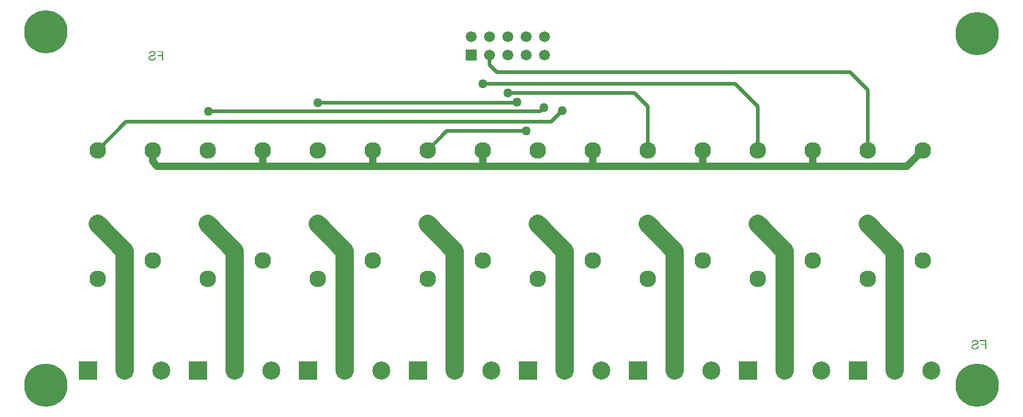
<source format=gbl>
G04 Layer_Physical_Order=2*
G04 Layer_Color=16711680*
%FSLAX44Y44*%
%MOMM*%
G71*
G01*
G75*
%ADD12C,2.5000*%
%ADD13C,0.5000*%
%ADD14C,1.0000*%
%ADD15C,2.3000*%
%ADD16C,6.0000*%
%ADD17R,1.5000X1.5000*%
%ADD18C,1.5000*%
%ADD19R,2.5000X2.5000*%
%ADD20C,2.5000*%
%ADD21C,1.2700*%
G36*
X197500Y485000D02*
X195803D01*
Y490813D01*
X189795D01*
Y492315D01*
X195803D01*
Y496314D01*
X188859D01*
Y497816D01*
X197500D01*
Y485000D01*
D02*
G37*
G36*
X182714Y498012D02*
X183162Y497953D01*
X183553Y497894D01*
X183904Y497816D01*
X184177Y497719D01*
X184294Y497680D01*
X184391Y497660D01*
X184489Y497621D01*
X184548Y497602D01*
X184567Y497582D01*
X184587D01*
X184957Y497407D01*
X185289Y497192D01*
X185562Y496978D01*
X185777Y496782D01*
X185952Y496587D01*
X186089Y496431D01*
X186167Y496334D01*
X186186Y496314D01*
Y496295D01*
X186362Y495983D01*
X186498Y495651D01*
X186596Y495359D01*
X186654Y495066D01*
X186693Y494832D01*
X186732Y494656D01*
Y494578D01*
Y494520D01*
Y494500D01*
Y494481D01*
X186713Y494169D01*
X186654Y493856D01*
X186596Y493583D01*
X186498Y493349D01*
X186420Y493154D01*
X186362Y493018D01*
X186303Y492920D01*
X186284Y492881D01*
X186089Y492627D01*
X185874Y492393D01*
X185659Y492198D01*
X185425Y492023D01*
X185230Y491886D01*
X185074Y491789D01*
X184957Y491711D01*
X184938Y491691D01*
X184918D01*
X184782Y491613D01*
X184606Y491555D01*
X184235Y491418D01*
X183826Y491282D01*
X183416Y491145D01*
X183046Y491047D01*
X182889Y491008D01*
X182753Y490969D01*
X182636Y490930D01*
X182538Y490911D01*
X182480Y490891D01*
X182460D01*
X182148Y490813D01*
X181856Y490735D01*
X181582Y490677D01*
X181348Y490618D01*
X181153Y490560D01*
X180958Y490501D01*
X180802Y490462D01*
X180646Y490423D01*
X180529Y490384D01*
X180431Y490345D01*
X180275Y490306D01*
X180197Y490287D01*
X180178Y490267D01*
X179905Y490150D01*
X179651Y490014D01*
X179456Y489897D01*
X179300Y489779D01*
X179183Y489662D01*
X179086Y489584D01*
X179046Y489526D01*
X179027Y489506D01*
X178910Y489331D01*
X178832Y489155D01*
X178754Y488980D01*
X178715Y488804D01*
X178695Y488667D01*
X178676Y488550D01*
Y488473D01*
Y488453D01*
X178695Y488238D01*
X178734Y488043D01*
X178793Y487848D01*
X178851Y487692D01*
X178929Y487556D01*
X178988Y487458D01*
X179027Y487380D01*
X179046Y487360D01*
X179202Y487185D01*
X179378Y487029D01*
X179554Y486892D01*
X179749Y486775D01*
X179905Y486678D01*
X180041Y486619D01*
X180119Y486580D01*
X180158Y486561D01*
X180451Y486463D01*
X180744Y486405D01*
X181017Y486346D01*
X181290Y486327D01*
X181504Y486307D01*
X181700Y486288D01*
X181856D01*
X182246Y486307D01*
X182616Y486346D01*
X182967Y486405D01*
X183241Y486483D01*
X183494Y486541D01*
X183670Y486600D01*
X183787Y486639D01*
X183806Y486658D01*
X183826D01*
X184118Y486814D01*
X184391Y486970D01*
X184606Y487146D01*
X184782Y487302D01*
X184938Y487439D01*
X185035Y487556D01*
X185094Y487634D01*
X185113Y487653D01*
X185250Y487907D01*
X185367Y488160D01*
X185445Y488433D01*
X185523Y488687D01*
X185562Y488921D01*
X185601Y489097D01*
X185620Y489214D01*
Y489233D01*
Y489253D01*
X187220Y489116D01*
X187181Y488648D01*
X187103Y488219D01*
X186986Y487809D01*
X186869Y487478D01*
X186752Y487185D01*
X186693Y487068D01*
X186635Y486970D01*
X186596Y486892D01*
X186557Y486834D01*
X186537Y486814D01*
Y486795D01*
X186264Y486444D01*
X185952Y486132D01*
X185659Y485878D01*
X185347Y485663D01*
X185094Y485488D01*
X184879Y485371D01*
X184801Y485332D01*
X184743Y485293D01*
X184704Y485273D01*
X184684D01*
X184216Y485117D01*
X183728Y485000D01*
X183241Y484903D01*
X182792Y484844D01*
X182577Y484825D01*
X182382Y484805D01*
X182207D01*
X182070Y484786D01*
X181777D01*
X181270Y484805D01*
X180822Y484864D01*
X180392Y484942D01*
X180041Y485039D01*
X179729Y485117D01*
X179612Y485156D01*
X179515Y485195D01*
X179437Y485234D01*
X179378Y485254D01*
X179339Y485273D01*
X179320D01*
X178929Y485488D01*
X178578Y485702D01*
X178286Y485937D01*
X178052Y486171D01*
X177857Y486366D01*
X177740Y486522D01*
X177642Y486639D01*
X177623Y486678D01*
X177427Y487009D01*
X177291Y487360D01*
X177174Y487692D01*
X177115Y487985D01*
X177076Y488238D01*
X177037Y488433D01*
Y488512D01*
Y488570D01*
Y488590D01*
Y488609D01*
X177057Y488980D01*
X177115Y489331D01*
X177213Y489643D01*
X177310Y489897D01*
X177408Y490131D01*
X177505Y490287D01*
X177564Y490384D01*
X177583Y490423D01*
X177798Y490696D01*
X178052Y490950D01*
X178325Y491184D01*
X178598Y491379D01*
X178851Y491516D01*
X179046Y491633D01*
X179125Y491672D01*
X179163Y491711D01*
X179202Y491730D01*
X179222D01*
X179378Y491789D01*
X179573Y491867D01*
X179768Y491945D01*
X180002Y492003D01*
X180471Y492140D01*
X180939Y492276D01*
X181368Y492374D01*
X181563Y492432D01*
X181738Y492471D01*
X181875Y492510D01*
X181973Y492530D01*
X182051Y492550D01*
X182070D01*
X182441Y492647D01*
X182772Y492725D01*
X183065Y492803D01*
X183338Y492901D01*
X183572Y492979D01*
X183767Y493037D01*
X183943Y493115D01*
X184099Y493193D01*
X184235Y493252D01*
X184352Y493291D01*
X184431Y493349D01*
X184489Y493388D01*
X184587Y493447D01*
X184606Y493466D01*
X184762Y493642D01*
X184879Y493817D01*
X184977Y494012D01*
X185035Y494188D01*
X185074Y494344D01*
X185094Y494481D01*
Y494559D01*
Y494598D01*
X185055Y494890D01*
X184977Y495144D01*
X184879Y495378D01*
X184743Y495573D01*
X184625Y495749D01*
X184508Y495866D01*
X184431Y495944D01*
X184411Y495963D01*
X184274Y496061D01*
X184118Y496158D01*
X183767Y496295D01*
X183397Y496392D01*
X183026Y496451D01*
X182694Y496509D01*
X182538D01*
X182421Y496529D01*
X182168D01*
X181641Y496509D01*
X181192Y496431D01*
X180802Y496334D01*
X180490Y496217D01*
X180256Y496100D01*
X180080Y496002D01*
X179983Y495924D01*
X179944Y495905D01*
X179690Y495651D01*
X179476Y495359D01*
X179320Y495066D01*
X179202Y494773D01*
X179125Y494500D01*
X179086Y494286D01*
X179066Y494208D01*
X179046Y494149D01*
Y494110D01*
Y494090D01*
X177427Y494208D01*
X177466Y494617D01*
X177544Y494988D01*
X177661Y495339D01*
X177778Y495632D01*
X177876Y495866D01*
X177974Y496061D01*
X178052Y496178D01*
X178071Y496217D01*
X178305Y496529D01*
X178578Y496802D01*
X178851Y497036D01*
X179125Y497231D01*
X179378Y497368D01*
X179573Y497485D01*
X179651Y497524D01*
X179710Y497543D01*
X179729Y497563D01*
X179749D01*
X180158Y497719D01*
X180588Y497836D01*
X181017Y497914D01*
X181407Y497972D01*
X181738Y498012D01*
X181875D01*
X182012Y498031D01*
X182246D01*
X182714Y498012D01*
D02*
G37*
G36*
X1337500Y85000D02*
X1335803D01*
Y90813D01*
X1329795D01*
Y92315D01*
X1335803D01*
Y96314D01*
X1328859D01*
Y97816D01*
X1337500D01*
Y85000D01*
D02*
G37*
G36*
X1322714Y98012D02*
X1323163Y97953D01*
X1323553Y97894D01*
X1323904Y97816D01*
X1324177Y97719D01*
X1324294Y97680D01*
X1324391Y97660D01*
X1324489Y97621D01*
X1324547Y97602D01*
X1324567Y97582D01*
X1324586D01*
X1324957Y97407D01*
X1325289Y97192D01*
X1325562Y96978D01*
X1325776Y96783D01*
X1325952Y96587D01*
X1326089Y96431D01*
X1326167Y96334D01*
X1326186Y96314D01*
Y96295D01*
X1326362Y95983D01*
X1326498Y95651D01*
X1326596Y95358D01*
X1326654Y95066D01*
X1326693Y94832D01*
X1326732Y94656D01*
Y94578D01*
Y94520D01*
Y94500D01*
Y94481D01*
X1326713Y94169D01*
X1326654Y93856D01*
X1326596Y93583D01*
X1326498Y93349D01*
X1326420Y93154D01*
X1326362Y93018D01*
X1326303Y92920D01*
X1326284Y92881D01*
X1326089Y92627D01*
X1325874Y92393D01*
X1325659Y92198D01*
X1325425Y92023D01*
X1325230Y91886D01*
X1325074Y91789D01*
X1324957Y91711D01*
X1324938Y91691D01*
X1324918D01*
X1324782Y91613D01*
X1324606Y91555D01*
X1324235Y91418D01*
X1323826Y91281D01*
X1323416Y91145D01*
X1323045Y91047D01*
X1322889Y91008D01*
X1322753Y90969D01*
X1322636Y90930D01*
X1322538Y90911D01*
X1322480Y90891D01*
X1322460D01*
X1322148Y90813D01*
X1321855Y90735D01*
X1321582Y90677D01*
X1321348Y90618D01*
X1321153Y90560D01*
X1320958Y90501D01*
X1320802Y90462D01*
X1320646Y90423D01*
X1320529Y90384D01*
X1320432Y90345D01*
X1320275Y90306D01*
X1320197Y90287D01*
X1320178Y90267D01*
X1319905Y90150D01*
X1319651Y90014D01*
X1319456Y89896D01*
X1319300Y89779D01*
X1319183Y89662D01*
X1319086Y89584D01*
X1319046Y89526D01*
X1319027Y89506D01*
X1318910Y89331D01*
X1318832Y89155D01*
X1318754Y88980D01*
X1318715Y88804D01*
X1318695Y88667D01*
X1318676Y88551D01*
Y88472D01*
Y88453D01*
X1318695Y88238D01*
X1318734Y88043D01*
X1318793Y87848D01*
X1318851Y87692D01*
X1318929Y87556D01*
X1318988Y87458D01*
X1319027Y87380D01*
X1319046Y87361D01*
X1319203Y87185D01*
X1319378Y87029D01*
X1319554Y86892D01*
X1319749Y86775D01*
X1319905Y86678D01*
X1320041Y86619D01*
X1320119Y86580D01*
X1320158Y86561D01*
X1320451Y86463D01*
X1320744Y86405D01*
X1321017Y86346D01*
X1321290Y86327D01*
X1321504Y86307D01*
X1321699Y86288D01*
X1321855D01*
X1322246Y86307D01*
X1322616Y86346D01*
X1322967Y86405D01*
X1323241Y86483D01*
X1323494Y86541D01*
X1323670Y86600D01*
X1323787Y86639D01*
X1323806Y86658D01*
X1323826D01*
X1324118Y86814D01*
X1324391Y86970D01*
X1324606Y87146D01*
X1324782Y87302D01*
X1324938Y87439D01*
X1325035Y87556D01*
X1325094Y87634D01*
X1325113Y87653D01*
X1325250Y87907D01*
X1325367Y88160D01*
X1325445Y88434D01*
X1325523Y88687D01*
X1325562Y88921D01*
X1325601Y89097D01*
X1325620Y89214D01*
Y89233D01*
Y89253D01*
X1327220Y89116D01*
X1327181Y88648D01*
X1327103Y88219D01*
X1326986Y87809D01*
X1326869Y87478D01*
X1326752Y87185D01*
X1326693Y87068D01*
X1326635Y86970D01*
X1326596Y86892D01*
X1326557Y86834D01*
X1326537Y86814D01*
Y86795D01*
X1326264Y86444D01*
X1325952Y86132D01*
X1325659Y85878D01*
X1325347Y85663D01*
X1325094Y85488D01*
X1324879Y85371D01*
X1324801Y85332D01*
X1324743Y85293D01*
X1324704Y85273D01*
X1324684D01*
X1324216Y85117D01*
X1323728Y85000D01*
X1323241Y84903D01*
X1322792Y84844D01*
X1322577Y84825D01*
X1322382Y84805D01*
X1322207D01*
X1322070Y84786D01*
X1321777D01*
X1321270Y84805D01*
X1320822Y84864D01*
X1320392Y84942D01*
X1320041Y85039D01*
X1319729Y85117D01*
X1319612Y85156D01*
X1319515Y85195D01*
X1319437Y85234D01*
X1319378Y85254D01*
X1319339Y85273D01*
X1319320D01*
X1318929Y85488D01*
X1318578Y85702D01*
X1318286Y85936D01*
X1318052Y86171D01*
X1317856Y86366D01*
X1317740Y86522D01*
X1317642Y86639D01*
X1317622Y86678D01*
X1317427Y87009D01*
X1317291Y87361D01*
X1317174Y87692D01*
X1317115Y87985D01*
X1317076Y88238D01*
X1317037Y88434D01*
Y88511D01*
Y88570D01*
Y88589D01*
Y88609D01*
X1317057Y88980D01*
X1317115Y89331D01*
X1317213Y89643D01*
X1317310Y89896D01*
X1317408Y90131D01*
X1317505Y90287D01*
X1317564Y90384D01*
X1317583Y90423D01*
X1317798Y90696D01*
X1318052Y90950D01*
X1318325Y91184D01*
X1318598Y91379D01*
X1318851Y91516D01*
X1319046Y91633D01*
X1319124Y91672D01*
X1319164Y91711D01*
X1319203Y91730D01*
X1319222D01*
X1319378Y91789D01*
X1319573Y91867D01*
X1319768Y91945D01*
X1320002Y92003D01*
X1320470Y92140D01*
X1320939Y92276D01*
X1321368Y92374D01*
X1321563Y92432D01*
X1321738Y92471D01*
X1321875Y92510D01*
X1321973Y92530D01*
X1322051Y92549D01*
X1322070D01*
X1322441Y92647D01*
X1322772Y92725D01*
X1323065Y92803D01*
X1323338Y92901D01*
X1323572Y92979D01*
X1323767Y93037D01*
X1323943Y93115D01*
X1324099Y93193D01*
X1324235Y93252D01*
X1324352Y93291D01*
X1324430Y93349D01*
X1324489Y93388D01*
X1324586Y93447D01*
X1324606Y93466D01*
X1324762Y93642D01*
X1324879Y93817D01*
X1324977Y94012D01*
X1325035Y94188D01*
X1325074Y94344D01*
X1325094Y94481D01*
Y94559D01*
Y94598D01*
X1325055Y94890D01*
X1324977Y95144D01*
X1324879Y95378D01*
X1324743Y95573D01*
X1324626Y95749D01*
X1324509Y95866D01*
X1324430Y95944D01*
X1324411Y95963D01*
X1324274Y96061D01*
X1324118Y96158D01*
X1323767Y96295D01*
X1323397Y96392D01*
X1323026Y96451D01*
X1322694Y96509D01*
X1322538D01*
X1322421Y96529D01*
X1322168D01*
X1321641Y96509D01*
X1321192Y96431D01*
X1320802Y96334D01*
X1320490Y96217D01*
X1320256Y96100D01*
X1320080Y96002D01*
X1319983Y95924D01*
X1319944Y95905D01*
X1319690Y95651D01*
X1319476Y95358D01*
X1319320Y95066D01*
X1319203Y94773D01*
X1319124Y94500D01*
X1319086Y94286D01*
X1319066Y94208D01*
X1319046Y94149D01*
Y94110D01*
Y94090D01*
X1317427Y94208D01*
X1317466Y94617D01*
X1317544Y94988D01*
X1317661Y95339D01*
X1317778Y95632D01*
X1317876Y95866D01*
X1317974Y96061D01*
X1318052Y96178D01*
X1318071Y96217D01*
X1318305Y96529D01*
X1318578Y96802D01*
X1318851Y97036D01*
X1319124Y97231D01*
X1319378Y97368D01*
X1319573Y97485D01*
X1319651Y97524D01*
X1319710Y97543D01*
X1319729Y97563D01*
X1319749D01*
X1320158Y97719D01*
X1320587Y97836D01*
X1321017Y97914D01*
X1321407Y97972D01*
X1321738Y98012D01*
X1321875D01*
X1322012Y98031D01*
X1322246D01*
X1322714Y98012D01*
D02*
G37*
D12*
X144300Y55800D02*
Y221100D01*
X106400Y259000D02*
X144300Y221100D01*
X296700Y55800D02*
Y221100D01*
X258800Y259000D02*
X296700Y221100D01*
X449100Y55800D02*
Y221100D01*
X411200Y259000D02*
X449100Y221100D01*
X601500Y55800D02*
Y221100D01*
X563600Y259000D02*
X601500Y221100D01*
X753900Y55800D02*
Y221100D01*
X716000Y259000D02*
X753900Y221100D01*
X906300Y55800D02*
Y221100D01*
X868400Y259000D02*
X906300Y221100D01*
X1058700Y55800D02*
Y221100D01*
X1020800Y259000D02*
X1058700Y221100D01*
X1173200Y259000D02*
X1211100Y221100D01*
Y55800D02*
Y221100D01*
D13*
X1097000Y339200D02*
X1097500Y338700D01*
X1173200Y360600D02*
Y444300D01*
X735000Y400000D02*
X750002Y415002D01*
X1148610Y468890D02*
X1173200Y444300D01*
X649600Y479290D02*
Y492300D01*
Y479290D02*
X660000Y468890D01*
X1148610D01*
X1020800Y360600D02*
Y421700D01*
X411200Y426300D02*
X411391Y426110D01*
X990000Y452500D02*
X1020800Y421700D01*
X868400Y360600D02*
Y421600D01*
X850001Y440000D02*
X868400Y421600D01*
X675000Y440000D02*
X850001D01*
X260000Y415000D02*
X260090Y414910D01*
X640000Y452500D02*
X990000D01*
X411391Y426110D02*
X687500D01*
X719910Y414910D02*
X725000Y420000D01*
X260090Y414910D02*
X719910D01*
X106400Y360600D02*
X145800Y400000D01*
X735000D01*
X590500Y387500D02*
X700000D01*
X563600Y360600D02*
X590500Y387500D01*
D14*
X182600Y344900D02*
X188800Y338700D01*
X182600Y344900D02*
Y360600D01*
X1227500Y338700D02*
X1249400Y360600D01*
X1097500Y338700D02*
X1227500D01*
X1097000Y339200D02*
Y360600D01*
X944600Y339100D02*
Y360600D01*
X792200Y339000D02*
Y360600D01*
X639800Y338900D02*
Y360600D01*
X487400Y338800D02*
Y360600D01*
X335000Y338700D02*
Y360600D01*
X188800Y338700D02*
X1097500D01*
D15*
X106400Y360600D02*
D03*
X182600Y208200D02*
D03*
X106400Y182800D02*
D03*
Y259000D02*
D03*
X182600Y360600D02*
D03*
X258800D02*
D03*
X335000Y208200D02*
D03*
X258800Y182800D02*
D03*
Y259000D02*
D03*
X335000Y360600D02*
D03*
X411200D02*
D03*
X487400Y208200D02*
D03*
X411200Y182800D02*
D03*
Y259000D02*
D03*
X487400Y360600D02*
D03*
X563600D02*
D03*
X639800Y208200D02*
D03*
X563600Y182800D02*
D03*
Y259000D02*
D03*
X639800Y360600D02*
D03*
X716000D02*
D03*
X792200Y208200D02*
D03*
X716000Y182800D02*
D03*
Y259000D02*
D03*
X792200Y360600D02*
D03*
X868400D02*
D03*
X944600Y208200D02*
D03*
X868400Y182800D02*
D03*
Y259000D02*
D03*
X944600Y360600D02*
D03*
X1020800D02*
D03*
X1097000Y208200D02*
D03*
X1020800Y182800D02*
D03*
Y259000D02*
D03*
X1097000Y360600D02*
D03*
X1173200D02*
D03*
X1249400Y208200D02*
D03*
X1173200Y182800D02*
D03*
Y259000D02*
D03*
X1249400Y360600D02*
D03*
D16*
X35000Y35000D02*
D03*
X1325000Y522500D02*
D03*
Y35000D02*
D03*
X35000Y525000D02*
D03*
D17*
X624200Y492300D02*
D03*
D18*
Y517700D02*
D03*
X649600Y492300D02*
D03*
Y517700D02*
D03*
X675000Y492300D02*
D03*
Y517700D02*
D03*
X700400Y492300D02*
D03*
Y517700D02*
D03*
X725800Y492300D02*
D03*
Y517700D02*
D03*
D19*
X1160300Y55800D02*
D03*
X93500D02*
D03*
X245900D02*
D03*
X398300D02*
D03*
X550700D02*
D03*
X703100D02*
D03*
X855500D02*
D03*
X1007900D02*
D03*
D20*
X1211100D02*
D03*
X1261900D02*
D03*
X195100D02*
D03*
X144300D02*
D03*
X347500D02*
D03*
X296700D02*
D03*
X499900D02*
D03*
X449100D02*
D03*
X652300D02*
D03*
X601500D02*
D03*
X804700D02*
D03*
X753900D02*
D03*
X957100D02*
D03*
X906300D02*
D03*
X1109500D02*
D03*
X1058700D02*
D03*
D21*
X750002Y415002D02*
D03*
X411200Y426300D02*
D03*
X260000Y415000D02*
D03*
X640000Y452500D02*
D03*
X675000Y440000D02*
D03*
X687500Y427500D02*
D03*
X725000Y420000D02*
D03*
X700000Y387500D02*
D03*
M02*

</source>
